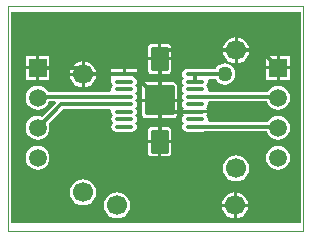
<source format=gtl>
G04 Layer_Physical_Order=1*
G04 Layer_Color=6759642*
%FSLAX44Y44*%
%MOMM*%
G71*
G01*
G75*
%ADD10R,1.6500X0.3500*%
%ADD11O,1.6500X0.3500*%
G04:AMPARAMS|DCode=12|XSize=2.5mm|YSize=2.5mm|CornerRadius=0.125mm|HoleSize=0mm|Usage=FLASHONLY|Rotation=90.000|XOffset=0mm|YOffset=0mm|HoleType=Round|Shape=RoundedRectangle|*
%AMROUNDEDRECTD12*
21,1,2.5000,2.2500,0,0,90.0*
21,1,2.2500,2.5000,0,0,90.0*
1,1,0.2500,1.1250,1.1250*
1,1,0.2500,1.1250,-1.1250*
1,1,0.2500,-1.1250,-1.1250*
1,1,0.2500,-1.1250,1.1250*
%
%ADD12ROUNDEDRECTD12*%
G04:AMPARAMS|DCode=13|XSize=1.5mm|YSize=2mm|CornerRadius=0.075mm|HoleSize=0mm|Usage=FLASHONLY|Rotation=0.000|XOffset=0mm|YOffset=0mm|HoleType=Round|Shape=RoundedRectangle|*
%AMROUNDEDRECTD13*
21,1,1.5000,1.8500,0,0,0.0*
21,1,1.3500,2.0000,0,0,0.0*
1,1,0.1500,0.6750,-0.9250*
1,1,0.1500,-0.6750,-0.9250*
1,1,0.1500,-0.6750,0.9250*
1,1,0.1500,0.6750,0.9250*
%
%ADD13ROUNDEDRECTD13*%
%ADD14C,0.3000*%
%ADD15C,0.1000*%
%ADD16C,1.7000*%
%ADD17C,1.5000*%
%ADD18R,1.5000X1.5000*%
%ADD19C,1.2700*%
G36*
X247650Y6350D02*
X2540D01*
Y185420D01*
X247650D01*
Y6350D01*
D02*
G37*
%LPC*%
G36*
X168891Y99695D02*
X158270D01*
X147649D01*
X147729Y99291D01*
X148047Y98815D01*
X148630Y97790D01*
X148047Y96765D01*
X147729Y96289D01*
X147396Y94615D01*
X147729Y92941D01*
X148677Y91522D01*
Y91333D01*
X147729Y89914D01*
X147396Y88240D01*
X147729Y86566D01*
X148677Y85147D01*
X150096Y84199D01*
X151770Y83866D01*
X164770D01*
X166052Y84121D01*
X219050D01*
X219830Y82237D01*
X221439Y80139D01*
X223537Y78530D01*
X225979Y77518D01*
X228600Y77173D01*
X231221Y77518D01*
X233663Y78530D01*
X235761Y80139D01*
X237370Y82237D01*
X238382Y84679D01*
X238727Y87300D01*
X238382Y89921D01*
X237370Y92363D01*
X235761Y94461D01*
X233663Y96070D01*
X231221Y97082D01*
X228600Y97427D01*
X225979Y97082D01*
X223537Y96070D01*
X221439Y94461D01*
X219830Y92363D01*
X219828Y92359D01*
X169833D01*
X168948Y93629D01*
X169144Y94615D01*
X168811Y96289D01*
X168493Y96765D01*
X167910Y97790D01*
X168493Y98815D01*
X168811Y99291D01*
X168891Y99695D01*
D02*
G37*
G36*
X127000Y109220D02*
X113156D01*
Y99240D01*
X113450Y97761D01*
X114288Y96508D01*
X115541Y95670D01*
X117020Y95376D01*
X127000D01*
Y109220D01*
D02*
G37*
G36*
X135020Y88095D02*
X129540D01*
Y76760D01*
X138375D01*
Y84740D01*
X138119Y86024D01*
X137392Y87112D01*
X136304Y87839D01*
X135020Y88095D01*
D02*
G37*
G36*
X138375Y74220D02*
X129540D01*
Y62885D01*
X135020D01*
X136304Y63141D01*
X137392Y63868D01*
X138119Y64956D01*
X138375Y66240D01*
Y74220D01*
D02*
G37*
G36*
X127000Y88095D02*
X121520D01*
X120236Y87839D01*
X119148Y87112D01*
X118421Y86024D01*
X118166Y84740D01*
Y76760D01*
X127000D01*
Y88095D01*
D02*
G37*
G36*
X109060Y131470D02*
X98270D01*
X87480D01*
Y128450D01*
X87480Y128450D01*
X87480D01*
X87558Y127180D01*
X87396Y126365D01*
X87729Y124691D01*
X88047Y124215D01*
X88630Y123190D01*
X88047Y122165D01*
X87729Y121689D01*
X87396Y120015D01*
X87587Y119054D01*
X86690Y117784D01*
X33754D01*
X32161Y119861D01*
X30063Y121470D01*
X27621Y122482D01*
X25000Y122827D01*
X22379Y122482D01*
X19937Y121470D01*
X17839Y119861D01*
X16230Y117763D01*
X15218Y115321D01*
X14873Y112700D01*
X15218Y110079D01*
X16230Y107637D01*
X17839Y105539D01*
X19937Y103930D01*
X22379Y102918D01*
X25000Y102573D01*
X27621Y102918D01*
X30063Y103930D01*
X32161Y105539D01*
X33770Y107637D01*
X34561Y109546D01*
X39761D01*
X40247Y108372D01*
X28565Y96691D01*
X27621Y97082D01*
X25000Y97427D01*
X22379Y97082D01*
X19937Y96070D01*
X17839Y94461D01*
X16230Y92363D01*
X15218Y89921D01*
X14873Y87300D01*
X15218Y84679D01*
X16230Y82237D01*
X17839Y80139D01*
X19937Y78530D01*
X22379Y77518D01*
X25000Y77173D01*
X27621Y77518D01*
X30063Y78530D01*
X32161Y80139D01*
X33770Y82237D01*
X34782Y84679D01*
X35127Y87300D01*
X34782Y89921D01*
X34390Y90865D01*
X46721Y103196D01*
X86690D01*
X87587Y101926D01*
X87396Y100965D01*
X87729Y99291D01*
X88047Y98815D01*
X88630Y97790D01*
X88047Y96765D01*
X87729Y96289D01*
X87396Y94615D01*
X87729Y92941D01*
X88677Y91522D01*
Y91333D01*
X87729Y89914D01*
X87396Y88240D01*
X87729Y86566D01*
X88677Y85147D01*
X90096Y84199D01*
X91770Y83866D01*
X104770D01*
X106444Y84199D01*
X107863Y85147D01*
X108811Y86566D01*
X109144Y88240D01*
X108811Y89914D01*
X107863Y91333D01*
Y91522D01*
X108811Y92941D01*
X109144Y94615D01*
X108811Y96289D01*
X108493Y96765D01*
X107910Y97790D01*
X108493Y98815D01*
X108811Y99291D01*
X109144Y100965D01*
X108811Y102639D01*
X108493Y103115D01*
X107910Y104140D01*
X108493Y105165D01*
X108811Y105641D01*
X109144Y107315D01*
X108811Y108989D01*
X108493Y109465D01*
X107910Y110490D01*
X108493Y111515D01*
X108811Y111991D01*
X109144Y113665D01*
X108811Y115339D01*
X108493Y115815D01*
X107910Y116840D01*
X108493Y117865D01*
X108811Y118341D01*
X109144Y120015D01*
X108811Y121689D01*
X108493Y122165D01*
X107910Y123190D01*
X108493Y124215D01*
X108811Y124691D01*
X109144Y126365D01*
X108982Y127180D01*
X109060Y128450D01*
X109060Y128450D01*
X109060Y128450D01*
Y131470D01*
D02*
G37*
G36*
X62230Y131280D02*
X52532D01*
X52744Y129668D01*
X53857Y126982D01*
X55626Y124676D01*
X57932Y122907D01*
X60618Y121794D01*
X62230Y121582D01*
Y131280D01*
D02*
G37*
G36*
X139520Y125604D02*
X129540D01*
Y111760D01*
X143384D01*
Y121740D01*
X143090Y123219D01*
X142252Y124472D01*
X140999Y125310D01*
X139520Y125604D01*
D02*
G37*
G36*
X143384Y109220D02*
X129540D01*
Y95376D01*
X139520D01*
X140999Y95670D01*
X142252Y96508D01*
X143090Y97761D01*
X143384Y99240D01*
Y109220D01*
D02*
G37*
G36*
X127000Y125604D02*
X117020D01*
X115541Y125310D01*
X114288Y124472D01*
X113450Y123219D01*
X113156Y121740D01*
Y111760D01*
X127000D01*
Y125604D01*
D02*
G37*
G36*
X63500Y43685D02*
X60618Y43306D01*
X57932Y42193D01*
X55626Y40424D01*
X53857Y38118D01*
X52744Y35432D01*
X52365Y32550D01*
X52744Y29668D01*
X53857Y26982D01*
X55626Y24676D01*
X57932Y22907D01*
X60618Y21794D01*
X63500Y21415D01*
X66382Y21794D01*
X69068Y22907D01*
X71374Y24676D01*
X73143Y26982D01*
X74256Y29668D01*
X74635Y32550D01*
X74256Y35432D01*
X73143Y38118D01*
X71374Y40424D01*
X69068Y42193D01*
X66382Y43306D01*
X63500Y43685D01*
D02*
G37*
G36*
X190970Y32558D02*
X189358Y32346D01*
X186672Y31233D01*
X184366Y29464D01*
X182597Y27158D01*
X181484Y24472D01*
X181272Y22860D01*
X190970D01*
Y32558D01*
D02*
G37*
G36*
X203208Y20320D02*
X193510D01*
Y10622D01*
X195122Y10834D01*
X197808Y11947D01*
X200114Y13716D01*
X201883Y16022D01*
X202996Y18708D01*
X203208Y20320D01*
D02*
G37*
G36*
X92240Y32725D02*
X89358Y32346D01*
X86672Y31233D01*
X84366Y29464D01*
X82597Y27158D01*
X81484Y24472D01*
X81105Y21590D01*
X81484Y18708D01*
X82597Y16022D01*
X84366Y13716D01*
X86672Y11947D01*
X89358Y10834D01*
X92240Y10455D01*
X95122Y10834D01*
X97808Y11947D01*
X100114Y13716D01*
X101883Y16022D01*
X102996Y18708D01*
X103375Y21590D01*
X102996Y24472D01*
X101883Y27158D01*
X100114Y29464D01*
X97808Y31233D01*
X95122Y32346D01*
X92240Y32725D01*
D02*
G37*
G36*
X190970Y20320D02*
X181272D01*
X181484Y18708D01*
X182597Y16022D01*
X184366Y13716D01*
X186672Y11947D01*
X189358Y10834D01*
X190970Y10622D01*
Y20320D01*
D02*
G37*
G36*
X228600Y72027D02*
X225979Y71682D01*
X223537Y70670D01*
X221439Y69061D01*
X219830Y66963D01*
X218818Y64521D01*
X218473Y61900D01*
X218818Y59279D01*
X219830Y56837D01*
X221439Y54739D01*
X223537Y53130D01*
X225979Y52118D01*
X228600Y51773D01*
X231221Y52118D01*
X233663Y53130D01*
X235761Y54739D01*
X237370Y56837D01*
X238382Y59279D01*
X238727Y61900D01*
X238382Y64521D01*
X237370Y66963D01*
X235761Y69061D01*
X233663Y70670D01*
X231221Y71682D01*
X228600Y72027D01*
D02*
G37*
G36*
X127000Y74220D02*
X118166D01*
Y66240D01*
X118421Y64956D01*
X119148Y63868D01*
X120236Y63141D01*
X121520Y62885D01*
X127000D01*
Y74220D01*
D02*
G37*
G36*
X25000Y72027D02*
X22379Y71682D01*
X19937Y70670D01*
X17839Y69061D01*
X16230Y66963D01*
X15218Y64521D01*
X14873Y61900D01*
X15218Y59279D01*
X16230Y56837D01*
X17839Y54739D01*
X19937Y53130D01*
X22379Y52118D01*
X25000Y51773D01*
X27621Y52118D01*
X30063Y53130D01*
X32161Y54739D01*
X33770Y56837D01*
X34782Y59279D01*
X35127Y61900D01*
X34782Y64521D01*
X33770Y66963D01*
X32161Y69061D01*
X30063Y70670D01*
X27621Y71682D01*
X25000Y72027D01*
D02*
G37*
G36*
X193510Y32558D02*
Y22860D01*
X203208D01*
X202996Y24472D01*
X201883Y27158D01*
X200114Y29464D01*
X197808Y31233D01*
X195122Y32346D01*
X193510Y32558D01*
D02*
G37*
G36*
X193040Y64005D02*
X190158Y63626D01*
X187472Y62513D01*
X185166Y60744D01*
X183397Y58438D01*
X182284Y55752D01*
X181905Y52870D01*
X182284Y49988D01*
X183397Y47302D01*
X185166Y44996D01*
X187472Y43227D01*
X190158Y42114D01*
X193040Y41735D01*
X195922Y42114D01*
X198608Y43227D01*
X200914Y44996D01*
X202683Y47302D01*
X203796Y49988D01*
X204175Y52870D01*
X203796Y55752D01*
X202683Y58438D01*
X200914Y60744D01*
X198608Y62513D01*
X195922Y63626D01*
X193040Y64005D01*
D02*
G37*
G36*
X74468Y131280D02*
X64770D01*
Y121582D01*
X66382Y121794D01*
X69068Y122907D01*
X71374Y124676D01*
X73143Y126982D01*
X74256Y129668D01*
X74468Y131280D01*
D02*
G37*
G36*
X35040Y148140D02*
X26270D01*
Y139370D01*
X35040D01*
Y148140D01*
D02*
G37*
G36*
X191770Y151600D02*
X182072D01*
X182284Y149988D01*
X183397Y147302D01*
X185166Y144996D01*
X187472Y143227D01*
X190158Y142114D01*
X191770Y141902D01*
Y151600D01*
D02*
G37*
G36*
X23730Y148140D02*
X14960D01*
Y139370D01*
X23730D01*
Y148140D01*
D02*
G37*
G36*
X227330D02*
X218560D01*
Y139370D01*
X227330D01*
Y148140D01*
D02*
G37*
G36*
X238640D02*
X229870D01*
Y139370D01*
X238640D01*
Y148140D01*
D02*
G37*
G36*
X191770Y163838D02*
X190158Y163626D01*
X187472Y162513D01*
X185166Y160744D01*
X183397Y158438D01*
X182284Y155752D01*
X182072Y154140D01*
X191770D01*
Y163838D01*
D02*
G37*
G36*
X194310D02*
Y154140D01*
X204008D01*
X203796Y155752D01*
X202683Y158438D01*
X200914Y160744D01*
X198608Y162513D01*
X195922Y163626D01*
X194310Y163838D01*
D02*
G37*
G36*
X135020Y158095D02*
X129540D01*
Y146760D01*
X138375D01*
Y154740D01*
X138119Y156024D01*
X137392Y157112D01*
X136304Y157839D01*
X135020Y158095D01*
D02*
G37*
G36*
X204008Y151600D02*
X194310D01*
Y141902D01*
X195922Y142114D01*
X198608Y143227D01*
X200914Y144996D01*
X202683Y147302D01*
X203796Y149988D01*
X204008Y151600D01*
D02*
G37*
G36*
X127000Y158095D02*
X121520D01*
X120236Y157839D01*
X119148Y157112D01*
X118421Y156024D01*
X118166Y154740D01*
Y146760D01*
X127000D01*
Y158095D01*
D02*
G37*
G36*
X183540Y141707D02*
X181219Y141401D01*
X179057Y140505D01*
X177200Y139080D01*
X175775Y137223D01*
X175624Y136859D01*
X166052D01*
X164770Y137114D01*
X151770D01*
X150096Y136781D01*
X148677Y135833D01*
X147729Y134414D01*
X147396Y132740D01*
X147729Y131066D01*
X148677Y129647D01*
Y129458D01*
X147729Y128039D01*
X147396Y126365D01*
X147729Y124691D01*
X148047Y124215D01*
X148630Y123190D01*
X148047Y122165D01*
X147729Y121689D01*
X147396Y120015D01*
X147729Y118341D01*
X148047Y117865D01*
X148630Y116840D01*
X148047Y115815D01*
X147729Y115339D01*
X147396Y113665D01*
X147729Y111991D01*
X148047Y111515D01*
X148630Y110490D01*
X148047Y109465D01*
X147729Y108989D01*
X147396Y107315D01*
X147729Y105641D01*
X148047Y105165D01*
X148630Y104140D01*
X148047Y103115D01*
X147729Y102639D01*
X147648Y102235D01*
X158270D01*
X168891D01*
X168811Y102639D01*
X168493Y103115D01*
X167910Y104140D01*
X168493Y105165D01*
X168811Y105641D01*
X169144Y107315D01*
X168953Y108276D01*
X169850Y109546D01*
X219039D01*
X219830Y107637D01*
X221439Y105539D01*
X223537Y103930D01*
X225979Y102918D01*
X228600Y102573D01*
X231221Y102918D01*
X233663Y103930D01*
X235761Y105539D01*
X237370Y107637D01*
X238382Y110079D01*
X238727Y112700D01*
X238382Y115321D01*
X237370Y117763D01*
X235761Y119861D01*
X233663Y121470D01*
X231221Y122482D01*
X228600Y122827D01*
X225979Y122482D01*
X223537Y121470D01*
X221439Y119861D01*
X219846Y117784D01*
X169850D01*
X168953Y119054D01*
X169144Y120015D01*
X168811Y121689D01*
X168493Y122165D01*
X167910Y123190D01*
X168493Y124215D01*
X168811Y124691D01*
X169144Y126365D01*
X168948Y127351D01*
X169833Y128621D01*
X175624D01*
X175775Y128257D01*
X177200Y126400D01*
X179057Y124975D01*
X181219Y124079D01*
X183540Y123773D01*
X185861Y124079D01*
X188023Y124975D01*
X189880Y126400D01*
X191305Y128257D01*
X192201Y130419D01*
X192507Y132740D01*
X192201Y135061D01*
X191305Y137223D01*
X189880Y139080D01*
X188023Y140505D01*
X185861Y141401D01*
X183540Y141707D01*
D02*
G37*
G36*
X238640Y136830D02*
X229870D01*
Y128060D01*
X238640D01*
Y136830D01*
D02*
G37*
G36*
X127000Y144220D02*
X118166D01*
Y136240D01*
X118421Y134956D01*
X119148Y133868D01*
X120236Y133141D01*
X121520Y132886D01*
X127000D01*
Y144220D01*
D02*
G37*
G36*
X227330Y136830D02*
X218560D01*
Y128060D01*
X227330D01*
Y136830D01*
D02*
G37*
G36*
X23730Y136830D02*
X14960D01*
Y128060D01*
X23730D01*
Y136830D01*
D02*
G37*
G36*
X35040D02*
X26270D01*
Y128060D01*
X35040D01*
Y136830D01*
D02*
G37*
G36*
X97000Y137030D02*
X87480D01*
Y134010D01*
X97000D01*
Y137030D01*
D02*
G37*
G36*
X109060D02*
X99540D01*
Y134010D01*
X109060D01*
Y137030D01*
D02*
G37*
G36*
X64770Y143518D02*
Y133820D01*
X74468D01*
X74256Y135432D01*
X73143Y138118D01*
X71374Y140424D01*
X69068Y142193D01*
X66382Y143306D01*
X64770Y143518D01*
D02*
G37*
G36*
X138375Y144220D02*
X129540D01*
Y132886D01*
X135020D01*
X136304Y133141D01*
X137392Y133868D01*
X138119Y134956D01*
X138375Y136240D01*
Y144220D01*
D02*
G37*
G36*
X62230Y143518D02*
X60618Y143306D01*
X57932Y142193D01*
X55626Y140424D01*
X53857Y138118D01*
X52744Y135432D01*
X52532Y133820D01*
X62230D01*
Y143518D01*
D02*
G37*
%LPD*%
D10*
X98270Y132740D02*
D03*
D11*
Y126365D02*
D03*
Y120015D02*
D03*
Y113665D02*
D03*
Y107315D02*
D03*
Y100965D02*
D03*
Y94615D02*
D03*
Y88240D02*
D03*
X158270Y132740D02*
D03*
Y126365D02*
D03*
Y120015D02*
D03*
Y113665D02*
D03*
Y107315D02*
D03*
Y100965D02*
D03*
Y94615D02*
D03*
Y88240D02*
D03*
D12*
X128270Y110490D02*
D03*
D13*
Y145490D02*
D03*
Y75490D02*
D03*
D14*
X193040Y152870D02*
X213830D01*
X135650D02*
X193040D01*
X128270Y145490D02*
X135650Y152870D01*
X213830D02*
X228600Y138100D01*
X58330D02*
X63690Y132740D01*
X25000Y138100D02*
X58330D01*
X63690Y132740D02*
X98270D01*
X106020D02*
X128270Y110490D01*
X98270Y132740D02*
X106020D01*
X128270Y110490D02*
Y145490D01*
Y75490D02*
Y110490D01*
X137795Y100965D01*
X158270D01*
Y132740D02*
X183540D01*
X158270Y126365D02*
Y132740D01*
X227660Y88240D02*
X228600Y87300D01*
X158270Y88240D02*
X227660D01*
X227635Y113665D02*
X228600Y112700D01*
X158270Y113665D02*
X227635D01*
X25000Y87300D02*
X45015Y107315D01*
X98270D01*
X25000Y112700D02*
X25965Y113665D01*
X98270D01*
D15*
X0Y0D02*
Y190000D01*
X250000D01*
Y0D02*
Y190000D01*
X0Y0D02*
X250000D01*
D16*
X192240Y21590D02*
D03*
X92240D02*
D03*
X63500Y132550D02*
D03*
Y32550D02*
D03*
X193040Y152870D02*
D03*
Y52870D02*
D03*
D17*
X228600Y61900D02*
D03*
Y87300D02*
D03*
Y112700D02*
D03*
X25000Y61900D02*
D03*
Y87300D02*
D03*
Y112700D02*
D03*
D18*
X228600Y138100D02*
D03*
X25000D02*
D03*
D19*
X183540Y132740D02*
D03*
M02*

</source>
